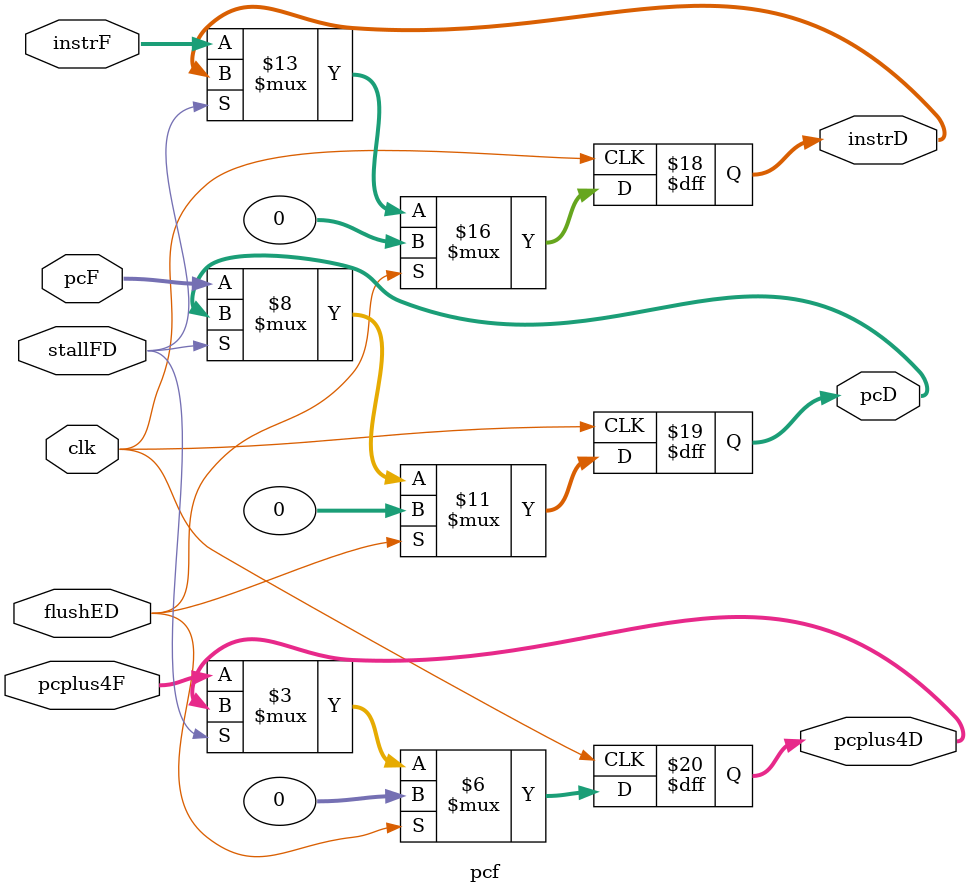
<source format=sv>
module pcf #(
    parameter WIDTH = 32
)(
    input logic clk,
    input logic flushED,
    input logic stallFD,

    input logic [WIDTH - 1:0] instrF,
    input logic [WIDTH - 1:0] pcF,
    input logic [WIDTH - 1:0] pcplus4F,
    
    output logic [WIDTH - 1:0] instrD,
    output logic [WIDTH - 1:0] pcD,
    output logic [WIDTH - 1:0] pcplus4D
    
);


always_ff @(posedge clk) begin

    if (flushED) begin 
        instrD <= 0;
        pcD <= 0;
        pcplus4D <= 0;
    end

    else if (!stallFD) begin
        instrD <= instrF;
        pcD <= pcF;
        pcplus4D <= pcplus4F;
    end
end

endmodule

</source>
